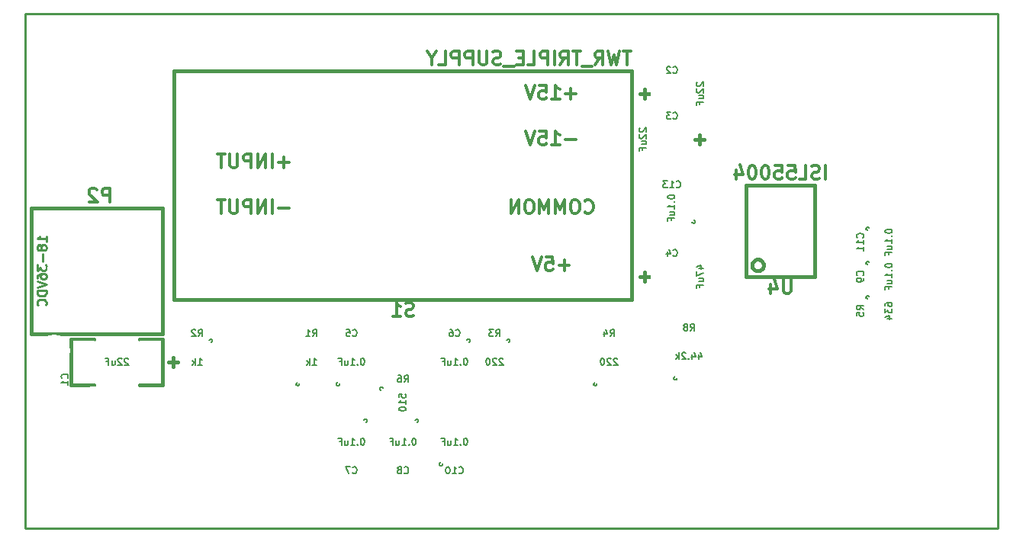
<source format=gbo>
G04 (created by PCBNEW-RS274X (2011-05-25)-stable) date Wed 18 Sep 2013 05:27:13 PM EDT*
G01*
G70*
G90*
%MOIN*%
G04 Gerber Fmt 3.4, Leading zero omitted, Abs format*
%FSLAX34Y34*%
G04 APERTURE LIST*
%ADD10C,0.006000*%
%ADD11C,0.009000*%
%ADD12C,0.005000*%
%ADD13C,0.015000*%
%ADD14C,0.012000*%
%ADD15C,0.010000*%
%ADD16C,0.127000*%
%ADD17C,0.076000*%
%ADD18R,0.076000X0.076000*%
%ADD19C,0.180000*%
%ADD20R,0.120000X0.070000*%
%ADD21C,0.080000*%
%ADD22C,0.100000*%
%ADD23R,0.070000X0.120000*%
%ADD24C,0.220000*%
%ADD25R,0.080000X0.045000*%
%ADD26C,0.096000*%
%ADD27C,0.160000*%
%ADD28C,0.140000*%
%ADD29R,0.085000X0.085000*%
%ADD30C,0.085000*%
%ADD31C,0.093000*%
%ADD32R,0.093000X0.093000*%
%ADD33R,0.095000X0.190000*%
G04 APERTURE END LIST*
G54D10*
G54D11*
X29500Y-30500D02*
X29500Y-53000D01*
X72000Y-30500D02*
X29500Y-30500D01*
X72000Y-53000D02*
X72000Y-30500D01*
X29500Y-53000D02*
X72000Y-53000D01*
G54D12*
X48920Y-44800D02*
X48918Y-44813D01*
X48914Y-44826D01*
X48908Y-44838D01*
X48899Y-44849D01*
X48889Y-44858D01*
X48877Y-44864D01*
X48864Y-44868D01*
X48850Y-44869D01*
X48837Y-44868D01*
X48824Y-44864D01*
X48812Y-44858D01*
X48802Y-44850D01*
X48793Y-44839D01*
X48786Y-44827D01*
X48782Y-44814D01*
X48781Y-44800D01*
X48782Y-44788D01*
X48785Y-44775D01*
X48792Y-44763D01*
X48800Y-44752D01*
X48811Y-44743D01*
X48822Y-44736D01*
X48835Y-44732D01*
X48849Y-44731D01*
X48862Y-44732D01*
X48875Y-44735D01*
X48887Y-44741D01*
X48898Y-44750D01*
X48907Y-44760D01*
X48913Y-44772D01*
X48918Y-44785D01*
X48919Y-44799D01*
X48920Y-44800D01*
X47700Y-45450D02*
X47700Y-44850D01*
X47700Y-44850D02*
X48800Y-44850D01*
X48800Y-44850D02*
X48800Y-45450D01*
X48800Y-46050D02*
X48800Y-46650D01*
X48800Y-46650D02*
X47700Y-46650D01*
X47700Y-46650D02*
X47700Y-46050D01*
X43220Y-46700D02*
X43218Y-46713D01*
X43214Y-46726D01*
X43208Y-46738D01*
X43199Y-46749D01*
X43189Y-46758D01*
X43177Y-46764D01*
X43164Y-46768D01*
X43150Y-46769D01*
X43137Y-46768D01*
X43124Y-46764D01*
X43112Y-46758D01*
X43102Y-46750D01*
X43093Y-46739D01*
X43086Y-46727D01*
X43082Y-46714D01*
X43081Y-46700D01*
X43082Y-46688D01*
X43085Y-46675D01*
X43092Y-46663D01*
X43100Y-46652D01*
X43111Y-46643D01*
X43122Y-46636D01*
X43135Y-46632D01*
X43149Y-46631D01*
X43162Y-46632D01*
X43175Y-46635D01*
X43187Y-46641D01*
X43198Y-46650D01*
X43207Y-46660D01*
X43213Y-46672D01*
X43218Y-46685D01*
X43219Y-46699D01*
X43220Y-46700D01*
X44300Y-46050D02*
X44300Y-46650D01*
X44300Y-46650D02*
X43200Y-46650D01*
X43200Y-46650D02*
X43200Y-46050D01*
X43200Y-45450D02*
X43200Y-44850D01*
X43200Y-44850D02*
X44300Y-44850D01*
X44300Y-44850D02*
X44300Y-45450D01*
X41470Y-46700D02*
X41468Y-46713D01*
X41464Y-46726D01*
X41458Y-46738D01*
X41449Y-46749D01*
X41439Y-46758D01*
X41427Y-46764D01*
X41414Y-46768D01*
X41400Y-46769D01*
X41387Y-46768D01*
X41374Y-46764D01*
X41362Y-46758D01*
X41352Y-46750D01*
X41343Y-46739D01*
X41336Y-46727D01*
X41332Y-46714D01*
X41331Y-46700D01*
X41332Y-46688D01*
X41335Y-46675D01*
X41342Y-46663D01*
X41350Y-46652D01*
X41361Y-46643D01*
X41372Y-46636D01*
X41385Y-46632D01*
X41399Y-46631D01*
X41412Y-46632D01*
X41425Y-46635D01*
X41437Y-46641D01*
X41448Y-46650D01*
X41457Y-46660D01*
X41463Y-46672D01*
X41468Y-46685D01*
X41469Y-46699D01*
X41470Y-46700D01*
X42550Y-46050D02*
X42550Y-46650D01*
X42550Y-46650D02*
X41450Y-46650D01*
X41450Y-46650D02*
X41450Y-46050D01*
X41450Y-45450D02*
X41450Y-44850D01*
X41450Y-44850D02*
X42550Y-44850D01*
X42550Y-44850D02*
X42550Y-45450D01*
X44420Y-48300D02*
X44418Y-48313D01*
X44414Y-48326D01*
X44408Y-48338D01*
X44399Y-48349D01*
X44389Y-48358D01*
X44377Y-48364D01*
X44364Y-48368D01*
X44350Y-48369D01*
X44337Y-48368D01*
X44324Y-48364D01*
X44312Y-48358D01*
X44302Y-48350D01*
X44293Y-48339D01*
X44286Y-48327D01*
X44282Y-48314D01*
X44281Y-48300D01*
X44282Y-48288D01*
X44285Y-48275D01*
X44292Y-48263D01*
X44300Y-48252D01*
X44311Y-48243D01*
X44322Y-48236D01*
X44335Y-48232D01*
X44349Y-48231D01*
X44362Y-48232D01*
X44375Y-48235D01*
X44387Y-48241D01*
X44398Y-48250D01*
X44407Y-48260D01*
X44413Y-48272D01*
X44418Y-48285D01*
X44419Y-48299D01*
X44420Y-48300D01*
X43200Y-48950D02*
X43200Y-48350D01*
X43200Y-48350D02*
X44300Y-48350D01*
X44300Y-48350D02*
X44300Y-48950D01*
X44300Y-49550D02*
X44300Y-50150D01*
X44300Y-50150D02*
X43200Y-50150D01*
X43200Y-50150D02*
X43200Y-49550D01*
G54D13*
X36000Y-43000D02*
X36000Y-33000D01*
X36000Y-33000D02*
X56000Y-33000D01*
X56000Y-33000D02*
X56000Y-43000D01*
X56000Y-43000D02*
X36000Y-43000D01*
G54D12*
X66370Y-42900D02*
X66368Y-42913D01*
X66364Y-42926D01*
X66358Y-42938D01*
X66349Y-42949D01*
X66339Y-42958D01*
X66327Y-42964D01*
X66314Y-42968D01*
X66300Y-42969D01*
X66287Y-42968D01*
X66274Y-42964D01*
X66262Y-42958D01*
X66252Y-42950D01*
X66243Y-42939D01*
X66236Y-42927D01*
X66232Y-42914D01*
X66231Y-42900D01*
X66232Y-42888D01*
X66235Y-42875D01*
X66242Y-42863D01*
X66250Y-42852D01*
X66261Y-42843D01*
X66272Y-42836D01*
X66285Y-42832D01*
X66299Y-42831D01*
X66312Y-42832D01*
X66325Y-42835D01*
X66337Y-42841D01*
X66348Y-42850D01*
X66357Y-42860D01*
X66363Y-42872D01*
X66368Y-42885D01*
X66369Y-42899D01*
X66370Y-42900D01*
X66950Y-44050D02*
X66350Y-44050D01*
X66350Y-44050D02*
X66350Y-42950D01*
X66350Y-42950D02*
X66950Y-42950D01*
X67550Y-42950D02*
X68150Y-42950D01*
X68150Y-42950D02*
X68150Y-44050D01*
X68150Y-44050D02*
X67550Y-44050D01*
X57970Y-46450D02*
X57968Y-46463D01*
X57964Y-46476D01*
X57958Y-46488D01*
X57949Y-46499D01*
X57939Y-46508D01*
X57927Y-46514D01*
X57914Y-46518D01*
X57900Y-46519D01*
X57887Y-46518D01*
X57874Y-46514D01*
X57862Y-46508D01*
X57852Y-46500D01*
X57843Y-46489D01*
X57836Y-46477D01*
X57832Y-46464D01*
X57831Y-46450D01*
X57832Y-46438D01*
X57835Y-46425D01*
X57842Y-46413D01*
X57850Y-46402D01*
X57861Y-46393D01*
X57872Y-46386D01*
X57885Y-46382D01*
X57899Y-46381D01*
X57912Y-46382D01*
X57925Y-46385D01*
X57937Y-46391D01*
X57948Y-46400D01*
X57957Y-46410D01*
X57963Y-46422D01*
X57968Y-46435D01*
X57969Y-46449D01*
X57970Y-46450D01*
X59050Y-45800D02*
X59050Y-46400D01*
X59050Y-46400D02*
X57950Y-46400D01*
X57950Y-46400D02*
X57950Y-45800D01*
X57950Y-45200D02*
X57950Y-44600D01*
X57950Y-44600D02*
X59050Y-44600D01*
X59050Y-44600D02*
X59050Y-45200D01*
X45120Y-46900D02*
X45118Y-46913D01*
X45114Y-46926D01*
X45108Y-46938D01*
X45099Y-46949D01*
X45089Y-46958D01*
X45077Y-46964D01*
X45064Y-46968D01*
X45050Y-46969D01*
X45037Y-46968D01*
X45024Y-46964D01*
X45012Y-46958D01*
X45002Y-46950D01*
X44993Y-46939D01*
X44986Y-46927D01*
X44982Y-46914D01*
X44981Y-46900D01*
X44982Y-46888D01*
X44985Y-46875D01*
X44992Y-46863D01*
X45000Y-46852D01*
X45011Y-46843D01*
X45022Y-46836D01*
X45035Y-46832D01*
X45049Y-46831D01*
X45062Y-46832D01*
X45075Y-46835D01*
X45087Y-46841D01*
X45098Y-46850D01*
X45107Y-46860D01*
X45113Y-46872D01*
X45118Y-46885D01*
X45119Y-46899D01*
X45120Y-46900D01*
X45700Y-48050D02*
X45100Y-48050D01*
X45100Y-48050D02*
X45100Y-46950D01*
X45100Y-46950D02*
X45700Y-46950D01*
X46300Y-46950D02*
X46900Y-46950D01*
X46900Y-46950D02*
X46900Y-48050D01*
X46900Y-48050D02*
X46300Y-48050D01*
X46670Y-48300D02*
X46668Y-48313D01*
X46664Y-48326D01*
X46658Y-48338D01*
X46649Y-48349D01*
X46639Y-48358D01*
X46627Y-48364D01*
X46614Y-48368D01*
X46600Y-48369D01*
X46587Y-48368D01*
X46574Y-48364D01*
X46562Y-48358D01*
X46552Y-48350D01*
X46543Y-48339D01*
X46536Y-48327D01*
X46532Y-48314D01*
X46531Y-48300D01*
X46532Y-48288D01*
X46535Y-48275D01*
X46542Y-48263D01*
X46550Y-48252D01*
X46561Y-48243D01*
X46572Y-48236D01*
X46585Y-48232D01*
X46599Y-48231D01*
X46612Y-48232D01*
X46625Y-48235D01*
X46637Y-48241D01*
X46648Y-48250D01*
X46657Y-48260D01*
X46663Y-48272D01*
X46668Y-48285D01*
X46669Y-48299D01*
X46670Y-48300D01*
X45450Y-48950D02*
X45450Y-48350D01*
X45450Y-48350D02*
X46550Y-48350D01*
X46550Y-48350D02*
X46550Y-48950D01*
X46550Y-49550D02*
X46550Y-50150D01*
X46550Y-50150D02*
X45450Y-50150D01*
X45450Y-50150D02*
X45450Y-49550D01*
X54470Y-46700D02*
X54468Y-46713D01*
X54464Y-46726D01*
X54458Y-46738D01*
X54449Y-46749D01*
X54439Y-46758D01*
X54427Y-46764D01*
X54414Y-46768D01*
X54400Y-46769D01*
X54387Y-46768D01*
X54374Y-46764D01*
X54362Y-46758D01*
X54352Y-46750D01*
X54343Y-46739D01*
X54336Y-46727D01*
X54332Y-46714D01*
X54331Y-46700D01*
X54332Y-46688D01*
X54335Y-46675D01*
X54342Y-46663D01*
X54350Y-46652D01*
X54361Y-46643D01*
X54372Y-46636D01*
X54385Y-46632D01*
X54399Y-46631D01*
X54412Y-46632D01*
X54425Y-46635D01*
X54437Y-46641D01*
X54448Y-46650D01*
X54457Y-46660D01*
X54463Y-46672D01*
X54468Y-46685D01*
X54469Y-46699D01*
X54470Y-46700D01*
X55550Y-46050D02*
X55550Y-46650D01*
X55550Y-46650D02*
X54450Y-46650D01*
X54450Y-46650D02*
X54450Y-46050D01*
X54450Y-45450D02*
X54450Y-44850D01*
X54450Y-44850D02*
X55550Y-44850D01*
X55550Y-44850D02*
X55550Y-45450D01*
X50670Y-44800D02*
X50668Y-44813D01*
X50664Y-44826D01*
X50658Y-44838D01*
X50649Y-44849D01*
X50639Y-44858D01*
X50627Y-44864D01*
X50614Y-44868D01*
X50600Y-44869D01*
X50587Y-44868D01*
X50574Y-44864D01*
X50562Y-44858D01*
X50552Y-44850D01*
X50543Y-44839D01*
X50536Y-44827D01*
X50532Y-44814D01*
X50531Y-44800D01*
X50532Y-44788D01*
X50535Y-44775D01*
X50542Y-44763D01*
X50550Y-44752D01*
X50561Y-44743D01*
X50572Y-44736D01*
X50585Y-44732D01*
X50599Y-44731D01*
X50612Y-44732D01*
X50625Y-44735D01*
X50637Y-44741D01*
X50648Y-44750D01*
X50657Y-44760D01*
X50663Y-44772D01*
X50668Y-44785D01*
X50669Y-44799D01*
X50670Y-44800D01*
X49450Y-45450D02*
X49450Y-44850D01*
X49450Y-44850D02*
X50550Y-44850D01*
X50550Y-44850D02*
X50550Y-45450D01*
X50550Y-46050D02*
X50550Y-46650D01*
X50550Y-46650D02*
X49450Y-46650D01*
X49450Y-46650D02*
X49450Y-46050D01*
X37670Y-44800D02*
X37668Y-44813D01*
X37664Y-44826D01*
X37658Y-44838D01*
X37649Y-44849D01*
X37639Y-44858D01*
X37627Y-44864D01*
X37614Y-44868D01*
X37600Y-44869D01*
X37587Y-44868D01*
X37574Y-44864D01*
X37562Y-44858D01*
X37552Y-44850D01*
X37543Y-44839D01*
X37536Y-44827D01*
X37532Y-44814D01*
X37531Y-44800D01*
X37532Y-44788D01*
X37535Y-44775D01*
X37542Y-44763D01*
X37550Y-44752D01*
X37561Y-44743D01*
X37572Y-44736D01*
X37585Y-44732D01*
X37599Y-44731D01*
X37612Y-44732D01*
X37625Y-44735D01*
X37637Y-44741D01*
X37648Y-44750D01*
X37657Y-44760D01*
X37663Y-44772D01*
X37668Y-44785D01*
X37669Y-44799D01*
X37670Y-44800D01*
X36450Y-45450D02*
X36450Y-44850D01*
X36450Y-44850D02*
X37550Y-44850D01*
X37550Y-44850D02*
X37550Y-45450D01*
X37550Y-46050D02*
X37550Y-46650D01*
X37550Y-46650D02*
X36450Y-46650D01*
X36450Y-46650D02*
X36450Y-46050D01*
X58770Y-39600D02*
X58768Y-39613D01*
X58764Y-39626D01*
X58758Y-39638D01*
X58749Y-39649D01*
X58739Y-39658D01*
X58727Y-39664D01*
X58714Y-39668D01*
X58700Y-39669D01*
X58687Y-39668D01*
X58674Y-39664D01*
X58662Y-39658D01*
X58652Y-39650D01*
X58643Y-39639D01*
X58636Y-39627D01*
X58632Y-39614D01*
X58631Y-39600D01*
X58632Y-39588D01*
X58635Y-39575D01*
X58642Y-39563D01*
X58650Y-39552D01*
X58661Y-39543D01*
X58672Y-39536D01*
X58685Y-39532D01*
X58699Y-39531D01*
X58712Y-39532D01*
X58725Y-39535D01*
X58737Y-39541D01*
X58748Y-39550D01*
X58757Y-39560D01*
X58763Y-39572D01*
X58768Y-39585D01*
X58769Y-39599D01*
X58770Y-39600D01*
X58050Y-38450D02*
X58650Y-38450D01*
X58650Y-38450D02*
X58650Y-39550D01*
X58650Y-39550D02*
X58050Y-39550D01*
X57450Y-39550D02*
X56850Y-39550D01*
X56850Y-39550D02*
X56850Y-38450D01*
X56850Y-38450D02*
X57450Y-38450D01*
X66370Y-39900D02*
X66368Y-39913D01*
X66364Y-39926D01*
X66358Y-39938D01*
X66349Y-39949D01*
X66339Y-39958D01*
X66327Y-39964D01*
X66314Y-39968D01*
X66300Y-39969D01*
X66287Y-39968D01*
X66274Y-39964D01*
X66262Y-39958D01*
X66252Y-39950D01*
X66243Y-39939D01*
X66236Y-39927D01*
X66232Y-39914D01*
X66231Y-39900D01*
X66232Y-39888D01*
X66235Y-39875D01*
X66242Y-39863D01*
X66250Y-39852D01*
X66261Y-39843D01*
X66272Y-39836D01*
X66285Y-39832D01*
X66299Y-39831D01*
X66312Y-39832D01*
X66325Y-39835D01*
X66337Y-39841D01*
X66348Y-39850D01*
X66357Y-39860D01*
X66363Y-39872D01*
X66368Y-39885D01*
X66369Y-39899D01*
X66370Y-39900D01*
X66950Y-41050D02*
X66350Y-41050D01*
X66350Y-41050D02*
X66350Y-39950D01*
X66350Y-39950D02*
X66950Y-39950D01*
X67550Y-39950D02*
X68150Y-39950D01*
X68150Y-39950D02*
X68150Y-41050D01*
X68150Y-41050D02*
X67550Y-41050D01*
X47720Y-50200D02*
X47718Y-50213D01*
X47714Y-50226D01*
X47708Y-50238D01*
X47699Y-50249D01*
X47689Y-50258D01*
X47677Y-50264D01*
X47664Y-50268D01*
X47650Y-50269D01*
X47637Y-50268D01*
X47624Y-50264D01*
X47612Y-50258D01*
X47602Y-50250D01*
X47593Y-50239D01*
X47586Y-50227D01*
X47582Y-50214D01*
X47581Y-50200D01*
X47582Y-50188D01*
X47585Y-50175D01*
X47592Y-50163D01*
X47600Y-50152D01*
X47611Y-50143D01*
X47622Y-50136D01*
X47635Y-50132D01*
X47649Y-50131D01*
X47662Y-50132D01*
X47675Y-50135D01*
X47687Y-50141D01*
X47698Y-50150D01*
X47707Y-50160D01*
X47713Y-50172D01*
X47718Y-50185D01*
X47719Y-50199D01*
X47720Y-50200D01*
X48800Y-49550D02*
X48800Y-50150D01*
X48800Y-50150D02*
X47700Y-50150D01*
X47700Y-50150D02*
X47700Y-49550D01*
X47700Y-48950D02*
X47700Y-48350D01*
X47700Y-48350D02*
X48800Y-48350D01*
X48800Y-48350D02*
X48800Y-48950D01*
X66370Y-41400D02*
X66368Y-41413D01*
X66364Y-41426D01*
X66358Y-41438D01*
X66349Y-41449D01*
X66339Y-41458D01*
X66327Y-41464D01*
X66314Y-41468D01*
X66300Y-41469D01*
X66287Y-41468D01*
X66274Y-41464D01*
X66262Y-41458D01*
X66252Y-41450D01*
X66243Y-41439D01*
X66236Y-41427D01*
X66232Y-41414D01*
X66231Y-41400D01*
X66232Y-41388D01*
X66235Y-41375D01*
X66242Y-41363D01*
X66250Y-41352D01*
X66261Y-41343D01*
X66272Y-41336D01*
X66285Y-41332D01*
X66299Y-41331D01*
X66312Y-41332D01*
X66325Y-41335D01*
X66337Y-41341D01*
X66348Y-41350D01*
X66357Y-41360D01*
X66363Y-41372D01*
X66368Y-41385D01*
X66369Y-41399D01*
X66370Y-41400D01*
X66950Y-42550D02*
X66350Y-42550D01*
X66350Y-42550D02*
X66350Y-41450D01*
X66350Y-41450D02*
X66950Y-41450D01*
X67550Y-41450D02*
X68150Y-41450D01*
X68150Y-41450D02*
X68150Y-42550D01*
X68150Y-42550D02*
X67550Y-42550D01*
G54D13*
X61000Y-42000D02*
X61000Y-38000D01*
X61000Y-38000D02*
X64000Y-38000D01*
X64000Y-38000D02*
X64000Y-42000D01*
X61750Y-41500D02*
X61745Y-41548D01*
X61731Y-41595D01*
X61708Y-41638D01*
X61677Y-41676D01*
X61639Y-41707D01*
X61596Y-41730D01*
X61550Y-41744D01*
X61501Y-41749D01*
X61454Y-41745D01*
X61407Y-41731D01*
X61364Y-41709D01*
X61326Y-41678D01*
X61294Y-41641D01*
X61271Y-41598D01*
X61256Y-41551D01*
X61251Y-41503D01*
X61255Y-41455D01*
X61268Y-41408D01*
X61290Y-41365D01*
X61321Y-41327D01*
X61358Y-41295D01*
X61400Y-41271D01*
X61447Y-41256D01*
X61495Y-41251D01*
X61543Y-41254D01*
X61590Y-41267D01*
X61633Y-41289D01*
X61672Y-41319D01*
X61704Y-41356D01*
X61728Y-41399D01*
X61743Y-41445D01*
X61749Y-41494D01*
X61750Y-41500D01*
X64000Y-42000D02*
X61000Y-42000D01*
X56550Y-33800D02*
X56550Y-34200D01*
X56750Y-34000D02*
X56350Y-34000D01*
G54D12*
X57450Y-34550D02*
X56850Y-34550D01*
X56850Y-34550D02*
X56850Y-33450D01*
X56850Y-33450D02*
X57450Y-33450D01*
X58050Y-33450D02*
X58650Y-33450D01*
X58650Y-33450D02*
X58650Y-34550D01*
X58650Y-34550D02*
X58050Y-34550D01*
G54D13*
X58950Y-36200D02*
X58950Y-35800D01*
X58750Y-36000D02*
X59150Y-36000D01*
G54D12*
X58050Y-35450D02*
X58650Y-35450D01*
X58650Y-35450D02*
X58650Y-36550D01*
X58650Y-36550D02*
X58050Y-36550D01*
X57450Y-36550D02*
X56850Y-36550D01*
X56850Y-36550D02*
X56850Y-35450D01*
X56850Y-35450D02*
X57450Y-35450D01*
G54D13*
X56550Y-41800D02*
X56550Y-42200D01*
X56750Y-42000D02*
X56350Y-42000D01*
G54D12*
X57450Y-42550D02*
X56850Y-42550D01*
X56850Y-42550D02*
X56850Y-41450D01*
X56850Y-41450D02*
X57450Y-41450D01*
X58050Y-41450D02*
X58650Y-41450D01*
X58650Y-41450D02*
X58650Y-42550D01*
X58650Y-42550D02*
X58050Y-42550D01*
G54D13*
X29750Y-39000D02*
X29750Y-44500D01*
X29750Y-44500D02*
X35500Y-44500D01*
X35500Y-44500D02*
X35500Y-39000D01*
X35500Y-39000D02*
X29750Y-39000D01*
X32500Y-46750D02*
X31500Y-46750D01*
X31500Y-46750D02*
X31500Y-44750D01*
X31500Y-44750D02*
X32500Y-44750D01*
X34500Y-44750D02*
X35500Y-44750D01*
X35500Y-44750D02*
X35500Y-46750D01*
X35500Y-46750D02*
X34500Y-46750D01*
X35950Y-45950D02*
X35950Y-45550D01*
X35750Y-45750D02*
X36150Y-45750D01*
G54D12*
X48300Y-44593D02*
X48314Y-44607D01*
X48357Y-44621D01*
X48386Y-44621D01*
X48429Y-44607D01*
X48457Y-44579D01*
X48472Y-44550D01*
X48486Y-44493D01*
X48486Y-44450D01*
X48472Y-44393D01*
X48457Y-44364D01*
X48429Y-44336D01*
X48386Y-44321D01*
X48357Y-44321D01*
X48314Y-44336D01*
X48300Y-44350D01*
X48043Y-44321D02*
X48100Y-44321D01*
X48129Y-44336D01*
X48143Y-44350D01*
X48172Y-44393D01*
X48186Y-44450D01*
X48186Y-44564D01*
X48172Y-44593D01*
X48157Y-44607D01*
X48129Y-44621D01*
X48072Y-44621D01*
X48043Y-44607D01*
X48029Y-44593D01*
X48014Y-44564D01*
X48014Y-44493D01*
X48029Y-44464D01*
X48043Y-44450D01*
X48072Y-44436D01*
X48129Y-44436D01*
X48157Y-44450D01*
X48172Y-44464D01*
X48186Y-44493D01*
X48742Y-45571D02*
X48714Y-45571D01*
X48685Y-45586D01*
X48671Y-45600D01*
X48657Y-45629D01*
X48642Y-45686D01*
X48642Y-45757D01*
X48657Y-45814D01*
X48671Y-45843D01*
X48685Y-45857D01*
X48714Y-45871D01*
X48742Y-45871D01*
X48771Y-45857D01*
X48785Y-45843D01*
X48800Y-45814D01*
X48814Y-45757D01*
X48814Y-45686D01*
X48800Y-45629D01*
X48785Y-45600D01*
X48771Y-45586D01*
X48742Y-45571D01*
X48514Y-45843D02*
X48499Y-45857D01*
X48514Y-45871D01*
X48528Y-45857D01*
X48514Y-45843D01*
X48514Y-45871D01*
X48213Y-45871D02*
X48385Y-45871D01*
X48299Y-45871D02*
X48299Y-45571D01*
X48328Y-45614D01*
X48356Y-45643D01*
X48385Y-45657D01*
X47956Y-45671D02*
X47956Y-45871D01*
X48085Y-45671D02*
X48085Y-45829D01*
X48070Y-45857D01*
X48042Y-45871D01*
X47999Y-45871D01*
X47970Y-45857D01*
X47956Y-45843D01*
X47714Y-45714D02*
X47814Y-45714D01*
X47814Y-45871D02*
X47814Y-45571D01*
X47671Y-45571D01*
X43800Y-44593D02*
X43814Y-44607D01*
X43857Y-44621D01*
X43886Y-44621D01*
X43929Y-44607D01*
X43957Y-44579D01*
X43972Y-44550D01*
X43986Y-44493D01*
X43986Y-44450D01*
X43972Y-44393D01*
X43957Y-44364D01*
X43929Y-44336D01*
X43886Y-44321D01*
X43857Y-44321D01*
X43814Y-44336D01*
X43800Y-44350D01*
X43529Y-44321D02*
X43672Y-44321D01*
X43686Y-44464D01*
X43672Y-44450D01*
X43643Y-44436D01*
X43572Y-44436D01*
X43543Y-44450D01*
X43529Y-44464D01*
X43514Y-44493D01*
X43514Y-44564D01*
X43529Y-44593D01*
X43543Y-44607D01*
X43572Y-44621D01*
X43643Y-44621D01*
X43672Y-44607D01*
X43686Y-44593D01*
X44242Y-45571D02*
X44214Y-45571D01*
X44185Y-45586D01*
X44171Y-45600D01*
X44157Y-45629D01*
X44142Y-45686D01*
X44142Y-45757D01*
X44157Y-45814D01*
X44171Y-45843D01*
X44185Y-45857D01*
X44214Y-45871D01*
X44242Y-45871D01*
X44271Y-45857D01*
X44285Y-45843D01*
X44300Y-45814D01*
X44314Y-45757D01*
X44314Y-45686D01*
X44300Y-45629D01*
X44285Y-45600D01*
X44271Y-45586D01*
X44242Y-45571D01*
X44014Y-45843D02*
X43999Y-45857D01*
X44014Y-45871D01*
X44028Y-45857D01*
X44014Y-45843D01*
X44014Y-45871D01*
X43713Y-45871D02*
X43885Y-45871D01*
X43799Y-45871D02*
X43799Y-45571D01*
X43828Y-45614D01*
X43856Y-45643D01*
X43885Y-45657D01*
X43456Y-45671D02*
X43456Y-45871D01*
X43585Y-45671D02*
X43585Y-45829D01*
X43570Y-45857D01*
X43542Y-45871D01*
X43499Y-45871D01*
X43470Y-45857D01*
X43456Y-45843D01*
X43214Y-45714D02*
X43314Y-45714D01*
X43314Y-45871D02*
X43314Y-45571D01*
X43171Y-45571D01*
X42050Y-44621D02*
X42150Y-44479D01*
X42222Y-44621D02*
X42222Y-44321D01*
X42107Y-44321D01*
X42079Y-44336D01*
X42064Y-44350D01*
X42050Y-44379D01*
X42050Y-44421D01*
X42064Y-44450D01*
X42079Y-44464D01*
X42107Y-44479D01*
X42222Y-44479D01*
X41764Y-44621D02*
X41936Y-44621D01*
X41850Y-44621D02*
X41850Y-44321D01*
X41879Y-44364D01*
X41907Y-44393D01*
X41936Y-44407D01*
X42035Y-45871D02*
X42207Y-45871D01*
X42121Y-45871D02*
X42121Y-45571D01*
X42150Y-45614D01*
X42178Y-45643D01*
X42207Y-45657D01*
X41907Y-45871D02*
X41907Y-45571D01*
X41878Y-45757D02*
X41792Y-45871D01*
X41792Y-45671D02*
X41907Y-45786D01*
X43800Y-50593D02*
X43814Y-50607D01*
X43857Y-50621D01*
X43886Y-50621D01*
X43929Y-50607D01*
X43957Y-50579D01*
X43972Y-50550D01*
X43986Y-50493D01*
X43986Y-50450D01*
X43972Y-50393D01*
X43957Y-50364D01*
X43929Y-50336D01*
X43886Y-50321D01*
X43857Y-50321D01*
X43814Y-50336D01*
X43800Y-50350D01*
X43700Y-50321D02*
X43500Y-50321D01*
X43629Y-50621D01*
X44242Y-49071D02*
X44214Y-49071D01*
X44185Y-49086D01*
X44171Y-49100D01*
X44157Y-49129D01*
X44142Y-49186D01*
X44142Y-49257D01*
X44157Y-49314D01*
X44171Y-49343D01*
X44185Y-49357D01*
X44214Y-49371D01*
X44242Y-49371D01*
X44271Y-49357D01*
X44285Y-49343D01*
X44300Y-49314D01*
X44314Y-49257D01*
X44314Y-49186D01*
X44300Y-49129D01*
X44285Y-49100D01*
X44271Y-49086D01*
X44242Y-49071D01*
X44014Y-49343D02*
X43999Y-49357D01*
X44014Y-49371D01*
X44028Y-49357D01*
X44014Y-49343D01*
X44014Y-49371D01*
X43713Y-49371D02*
X43885Y-49371D01*
X43799Y-49371D02*
X43799Y-49071D01*
X43828Y-49114D01*
X43856Y-49143D01*
X43885Y-49157D01*
X43456Y-49171D02*
X43456Y-49371D01*
X43585Y-49171D02*
X43585Y-49329D01*
X43570Y-49357D01*
X43542Y-49371D01*
X43499Y-49371D01*
X43470Y-49357D01*
X43456Y-49343D01*
X43214Y-49214D02*
X43314Y-49214D01*
X43314Y-49371D02*
X43314Y-49071D01*
X43171Y-49071D01*
G54D14*
X46457Y-43714D02*
X46371Y-43743D01*
X46228Y-43743D01*
X46171Y-43714D01*
X46142Y-43686D01*
X46114Y-43629D01*
X46114Y-43571D01*
X46142Y-43514D01*
X46171Y-43486D01*
X46228Y-43457D01*
X46342Y-43429D01*
X46400Y-43400D01*
X46428Y-43371D01*
X46457Y-43314D01*
X46457Y-43257D01*
X46428Y-43200D01*
X46400Y-43171D01*
X46342Y-43143D01*
X46200Y-43143D01*
X46114Y-43171D01*
X45543Y-43743D02*
X45886Y-43743D01*
X45714Y-43743D02*
X45714Y-43143D01*
X45771Y-43229D01*
X45829Y-43286D01*
X45886Y-43314D01*
X55957Y-32143D02*
X55614Y-32143D01*
X55785Y-32743D02*
X55785Y-32143D01*
X55471Y-32143D02*
X55328Y-32743D01*
X55214Y-32314D01*
X55100Y-32743D01*
X54957Y-32143D01*
X54385Y-32743D02*
X54585Y-32457D01*
X54728Y-32743D02*
X54728Y-32143D01*
X54500Y-32143D01*
X54442Y-32171D01*
X54414Y-32200D01*
X54385Y-32257D01*
X54385Y-32343D01*
X54414Y-32400D01*
X54442Y-32429D01*
X54500Y-32457D01*
X54728Y-32457D01*
X54271Y-32800D02*
X53814Y-32800D01*
X53757Y-32143D02*
X53414Y-32143D01*
X53585Y-32743D02*
X53585Y-32143D01*
X52871Y-32743D02*
X53071Y-32457D01*
X53214Y-32743D02*
X53214Y-32143D01*
X52986Y-32143D01*
X52928Y-32171D01*
X52900Y-32200D01*
X52871Y-32257D01*
X52871Y-32343D01*
X52900Y-32400D01*
X52928Y-32429D01*
X52986Y-32457D01*
X53214Y-32457D01*
X52614Y-32743D02*
X52614Y-32143D01*
X52328Y-32743D02*
X52328Y-32143D01*
X52100Y-32143D01*
X52042Y-32171D01*
X52014Y-32200D01*
X51985Y-32257D01*
X51985Y-32343D01*
X52014Y-32400D01*
X52042Y-32429D01*
X52100Y-32457D01*
X52328Y-32457D01*
X51442Y-32743D02*
X51728Y-32743D01*
X51728Y-32143D01*
X51242Y-32429D02*
X51042Y-32429D01*
X50956Y-32743D02*
X51242Y-32743D01*
X51242Y-32143D01*
X50956Y-32143D01*
X50842Y-32800D02*
X50385Y-32800D01*
X50271Y-32714D02*
X50185Y-32743D01*
X50042Y-32743D01*
X49985Y-32714D01*
X49956Y-32686D01*
X49928Y-32629D01*
X49928Y-32571D01*
X49956Y-32514D01*
X49985Y-32486D01*
X50042Y-32457D01*
X50156Y-32429D01*
X50214Y-32400D01*
X50242Y-32371D01*
X50271Y-32314D01*
X50271Y-32257D01*
X50242Y-32200D01*
X50214Y-32171D01*
X50156Y-32143D01*
X50014Y-32143D01*
X49928Y-32171D01*
X49671Y-32143D02*
X49671Y-32629D01*
X49643Y-32686D01*
X49614Y-32714D01*
X49557Y-32743D01*
X49443Y-32743D01*
X49385Y-32714D01*
X49357Y-32686D01*
X49328Y-32629D01*
X49328Y-32143D01*
X49042Y-32743D02*
X49042Y-32143D01*
X48814Y-32143D01*
X48756Y-32171D01*
X48728Y-32200D01*
X48699Y-32257D01*
X48699Y-32343D01*
X48728Y-32400D01*
X48756Y-32429D01*
X48814Y-32457D01*
X49042Y-32457D01*
X48442Y-32743D02*
X48442Y-32143D01*
X48214Y-32143D01*
X48156Y-32171D01*
X48128Y-32200D01*
X48099Y-32257D01*
X48099Y-32343D01*
X48128Y-32400D01*
X48156Y-32429D01*
X48214Y-32457D01*
X48442Y-32457D01*
X47556Y-32743D02*
X47842Y-32743D01*
X47842Y-32143D01*
X47242Y-32457D02*
X47242Y-32743D01*
X47442Y-32143D02*
X47242Y-32457D01*
X47042Y-32143D01*
X53271Y-41514D02*
X52814Y-41514D01*
X53043Y-41743D02*
X53043Y-41286D01*
X52242Y-41143D02*
X52528Y-41143D01*
X52557Y-41429D01*
X52528Y-41400D01*
X52471Y-41371D01*
X52328Y-41371D01*
X52271Y-41400D01*
X52242Y-41429D01*
X52214Y-41486D01*
X52214Y-41629D01*
X52242Y-41686D01*
X52271Y-41714D01*
X52328Y-41743D01*
X52471Y-41743D01*
X52528Y-41714D01*
X52557Y-41686D01*
X52043Y-41143D02*
X51843Y-41743D01*
X51643Y-41143D01*
X53943Y-39186D02*
X53972Y-39214D01*
X54058Y-39243D01*
X54115Y-39243D01*
X54200Y-39214D01*
X54258Y-39157D01*
X54286Y-39100D01*
X54315Y-38986D01*
X54315Y-38900D01*
X54286Y-38786D01*
X54258Y-38729D01*
X54200Y-38671D01*
X54115Y-38643D01*
X54058Y-38643D01*
X53972Y-38671D01*
X53943Y-38700D01*
X53572Y-38643D02*
X53458Y-38643D01*
X53400Y-38671D01*
X53343Y-38729D01*
X53315Y-38843D01*
X53315Y-39043D01*
X53343Y-39157D01*
X53400Y-39214D01*
X53458Y-39243D01*
X53572Y-39243D01*
X53629Y-39214D01*
X53686Y-39157D01*
X53715Y-39043D01*
X53715Y-38843D01*
X53686Y-38729D01*
X53629Y-38671D01*
X53572Y-38643D01*
X53057Y-39243D02*
X53057Y-38643D01*
X52857Y-39071D01*
X52657Y-38643D01*
X52657Y-39243D01*
X52371Y-39243D02*
X52371Y-38643D01*
X52171Y-39071D01*
X51971Y-38643D01*
X51971Y-39243D01*
X51571Y-38643D02*
X51457Y-38643D01*
X51399Y-38671D01*
X51342Y-38729D01*
X51314Y-38843D01*
X51314Y-39043D01*
X51342Y-39157D01*
X51399Y-39214D01*
X51457Y-39243D01*
X51571Y-39243D01*
X51628Y-39214D01*
X51685Y-39157D01*
X51714Y-39043D01*
X51714Y-38843D01*
X51685Y-38729D01*
X51628Y-38671D01*
X51571Y-38643D01*
X51056Y-39243D02*
X51056Y-38643D01*
X50713Y-39243D01*
X50713Y-38643D01*
X53556Y-36014D02*
X53099Y-36014D01*
X52499Y-36243D02*
X52842Y-36243D01*
X52670Y-36243D02*
X52670Y-35643D01*
X52727Y-35729D01*
X52785Y-35786D01*
X52842Y-35814D01*
X51956Y-35643D02*
X52242Y-35643D01*
X52271Y-35929D01*
X52242Y-35900D01*
X52185Y-35871D01*
X52042Y-35871D01*
X51985Y-35900D01*
X51956Y-35929D01*
X51928Y-35986D01*
X51928Y-36129D01*
X51956Y-36186D01*
X51985Y-36214D01*
X52042Y-36243D01*
X52185Y-36243D01*
X52242Y-36214D01*
X52271Y-36186D01*
X51757Y-35643D02*
X51557Y-36243D01*
X51357Y-35643D01*
X53556Y-34014D02*
X53099Y-34014D01*
X53328Y-34243D02*
X53328Y-33786D01*
X52499Y-34243D02*
X52842Y-34243D01*
X52670Y-34243D02*
X52670Y-33643D01*
X52727Y-33729D01*
X52785Y-33786D01*
X52842Y-33814D01*
X51956Y-33643D02*
X52242Y-33643D01*
X52271Y-33929D01*
X52242Y-33900D01*
X52185Y-33871D01*
X52042Y-33871D01*
X51985Y-33900D01*
X51956Y-33929D01*
X51928Y-33986D01*
X51928Y-34129D01*
X51956Y-34186D01*
X51985Y-34214D01*
X52042Y-34243D01*
X52185Y-34243D01*
X52242Y-34214D01*
X52271Y-34186D01*
X51757Y-33643D02*
X51557Y-34243D01*
X51357Y-33643D01*
X41029Y-39014D02*
X40572Y-39014D01*
X40286Y-39243D02*
X40286Y-38643D01*
X40000Y-39243D02*
X40000Y-38643D01*
X39657Y-39243D01*
X39657Y-38643D01*
X39371Y-39243D02*
X39371Y-38643D01*
X39143Y-38643D01*
X39085Y-38671D01*
X39057Y-38700D01*
X39028Y-38757D01*
X39028Y-38843D01*
X39057Y-38900D01*
X39085Y-38929D01*
X39143Y-38957D01*
X39371Y-38957D01*
X38771Y-38643D02*
X38771Y-39129D01*
X38743Y-39186D01*
X38714Y-39214D01*
X38657Y-39243D01*
X38543Y-39243D01*
X38485Y-39214D01*
X38457Y-39186D01*
X38428Y-39129D01*
X38428Y-38643D01*
X38228Y-38643D02*
X37885Y-38643D01*
X38056Y-39243D02*
X38056Y-38643D01*
X41029Y-37014D02*
X40572Y-37014D01*
X40801Y-37243D02*
X40801Y-36786D01*
X40286Y-37243D02*
X40286Y-36643D01*
X40000Y-37243D02*
X40000Y-36643D01*
X39657Y-37243D01*
X39657Y-36643D01*
X39371Y-37243D02*
X39371Y-36643D01*
X39143Y-36643D01*
X39085Y-36671D01*
X39057Y-36700D01*
X39028Y-36757D01*
X39028Y-36843D01*
X39057Y-36900D01*
X39085Y-36929D01*
X39143Y-36957D01*
X39371Y-36957D01*
X38771Y-36643D02*
X38771Y-37129D01*
X38743Y-37186D01*
X38714Y-37214D01*
X38657Y-37243D01*
X38543Y-37243D01*
X38485Y-37214D01*
X38457Y-37186D01*
X38428Y-37129D01*
X38428Y-36643D01*
X38228Y-36643D02*
X37885Y-36643D01*
X38056Y-37243D02*
X38056Y-36643D01*
G54D12*
X66121Y-43450D02*
X65979Y-43350D01*
X66121Y-43278D02*
X65821Y-43278D01*
X65821Y-43393D01*
X65836Y-43421D01*
X65850Y-43436D01*
X65879Y-43450D01*
X65921Y-43450D01*
X65950Y-43436D01*
X65964Y-43421D01*
X65979Y-43393D01*
X65979Y-43278D01*
X65821Y-43721D02*
X65821Y-43578D01*
X65964Y-43564D01*
X65950Y-43578D01*
X65936Y-43607D01*
X65936Y-43678D01*
X65950Y-43707D01*
X65964Y-43721D01*
X65993Y-43736D01*
X66064Y-43736D01*
X66093Y-43721D01*
X66107Y-43707D01*
X66121Y-43678D01*
X66121Y-43607D01*
X66107Y-43578D01*
X66093Y-43564D01*
X67071Y-43271D02*
X67071Y-43214D01*
X67086Y-43185D01*
X67100Y-43171D01*
X67143Y-43142D01*
X67200Y-43128D01*
X67314Y-43128D01*
X67343Y-43142D01*
X67357Y-43157D01*
X67371Y-43185D01*
X67371Y-43242D01*
X67357Y-43271D01*
X67343Y-43285D01*
X67314Y-43300D01*
X67243Y-43300D01*
X67214Y-43285D01*
X67200Y-43271D01*
X67186Y-43242D01*
X67186Y-43185D01*
X67200Y-43157D01*
X67214Y-43142D01*
X67243Y-43128D01*
X67071Y-43400D02*
X67071Y-43586D01*
X67186Y-43486D01*
X67186Y-43528D01*
X67200Y-43557D01*
X67214Y-43571D01*
X67243Y-43586D01*
X67314Y-43586D01*
X67343Y-43571D01*
X67357Y-43557D01*
X67371Y-43528D01*
X67371Y-43443D01*
X67357Y-43414D01*
X67343Y-43400D01*
X67171Y-43843D02*
X67371Y-43843D01*
X67057Y-43772D02*
X67271Y-43700D01*
X67271Y-43886D01*
X58550Y-44371D02*
X58650Y-44229D01*
X58722Y-44371D02*
X58722Y-44071D01*
X58607Y-44071D01*
X58579Y-44086D01*
X58564Y-44100D01*
X58550Y-44129D01*
X58550Y-44171D01*
X58564Y-44200D01*
X58579Y-44214D01*
X58607Y-44229D01*
X58722Y-44229D01*
X58379Y-44200D02*
X58407Y-44186D01*
X58422Y-44171D01*
X58436Y-44143D01*
X58436Y-44129D01*
X58422Y-44100D01*
X58407Y-44086D01*
X58379Y-44071D01*
X58322Y-44071D01*
X58293Y-44086D01*
X58279Y-44100D01*
X58264Y-44129D01*
X58264Y-44143D01*
X58279Y-44171D01*
X58293Y-44186D01*
X58322Y-44200D01*
X58379Y-44200D01*
X58407Y-44214D01*
X58422Y-44229D01*
X58436Y-44257D01*
X58436Y-44314D01*
X58422Y-44343D01*
X58407Y-44357D01*
X58379Y-44371D01*
X58322Y-44371D01*
X58293Y-44357D01*
X58279Y-44343D01*
X58264Y-44314D01*
X58264Y-44257D01*
X58279Y-44229D01*
X58293Y-44214D01*
X58322Y-44200D01*
X58922Y-45421D02*
X58922Y-45621D01*
X58993Y-45307D02*
X59065Y-45521D01*
X58879Y-45521D01*
X58636Y-45421D02*
X58636Y-45621D01*
X58707Y-45307D02*
X58779Y-45521D01*
X58593Y-45521D01*
X58479Y-45593D02*
X58464Y-45607D01*
X58479Y-45621D01*
X58493Y-45607D01*
X58479Y-45593D01*
X58479Y-45621D01*
X58350Y-45350D02*
X58336Y-45336D01*
X58307Y-45321D01*
X58236Y-45321D01*
X58207Y-45336D01*
X58193Y-45350D01*
X58178Y-45379D01*
X58178Y-45407D01*
X58193Y-45450D01*
X58364Y-45621D01*
X58178Y-45621D01*
X58050Y-45621D02*
X58050Y-45321D01*
X58021Y-45507D02*
X57935Y-45621D01*
X57935Y-45421D02*
X58050Y-45536D01*
X46050Y-46621D02*
X46150Y-46479D01*
X46222Y-46621D02*
X46222Y-46321D01*
X46107Y-46321D01*
X46079Y-46336D01*
X46064Y-46350D01*
X46050Y-46379D01*
X46050Y-46421D01*
X46064Y-46450D01*
X46079Y-46464D01*
X46107Y-46479D01*
X46222Y-46479D01*
X45793Y-46321D02*
X45850Y-46321D01*
X45879Y-46336D01*
X45893Y-46350D01*
X45922Y-46393D01*
X45936Y-46450D01*
X45936Y-46564D01*
X45922Y-46593D01*
X45907Y-46607D01*
X45879Y-46621D01*
X45822Y-46621D01*
X45793Y-46607D01*
X45779Y-46593D01*
X45764Y-46564D01*
X45764Y-46493D01*
X45779Y-46464D01*
X45793Y-46450D01*
X45822Y-46436D01*
X45879Y-46436D01*
X45907Y-46450D01*
X45922Y-46464D01*
X45936Y-46493D01*
X45821Y-47285D02*
X45821Y-47142D01*
X45964Y-47128D01*
X45950Y-47142D01*
X45936Y-47171D01*
X45936Y-47242D01*
X45950Y-47271D01*
X45964Y-47285D01*
X45993Y-47300D01*
X46064Y-47300D01*
X46093Y-47285D01*
X46107Y-47271D01*
X46121Y-47242D01*
X46121Y-47171D01*
X46107Y-47142D01*
X46093Y-47128D01*
X46121Y-47586D02*
X46121Y-47414D01*
X46121Y-47500D02*
X45821Y-47500D01*
X45864Y-47471D01*
X45893Y-47443D01*
X45907Y-47414D01*
X45821Y-47772D02*
X45821Y-47800D01*
X45836Y-47829D01*
X45850Y-47843D01*
X45879Y-47857D01*
X45936Y-47872D01*
X46007Y-47872D01*
X46064Y-47857D01*
X46093Y-47843D01*
X46107Y-47829D01*
X46121Y-47800D01*
X46121Y-47772D01*
X46107Y-47743D01*
X46093Y-47729D01*
X46064Y-47714D01*
X46007Y-47700D01*
X45936Y-47700D01*
X45879Y-47714D01*
X45850Y-47729D01*
X45836Y-47743D01*
X45821Y-47772D01*
X46050Y-50593D02*
X46064Y-50607D01*
X46107Y-50621D01*
X46136Y-50621D01*
X46179Y-50607D01*
X46207Y-50579D01*
X46222Y-50550D01*
X46236Y-50493D01*
X46236Y-50450D01*
X46222Y-50393D01*
X46207Y-50364D01*
X46179Y-50336D01*
X46136Y-50321D01*
X46107Y-50321D01*
X46064Y-50336D01*
X46050Y-50350D01*
X45879Y-50450D02*
X45907Y-50436D01*
X45922Y-50421D01*
X45936Y-50393D01*
X45936Y-50379D01*
X45922Y-50350D01*
X45907Y-50336D01*
X45879Y-50321D01*
X45822Y-50321D01*
X45793Y-50336D01*
X45779Y-50350D01*
X45764Y-50379D01*
X45764Y-50393D01*
X45779Y-50421D01*
X45793Y-50436D01*
X45822Y-50450D01*
X45879Y-50450D01*
X45907Y-50464D01*
X45922Y-50479D01*
X45936Y-50507D01*
X45936Y-50564D01*
X45922Y-50593D01*
X45907Y-50607D01*
X45879Y-50621D01*
X45822Y-50621D01*
X45793Y-50607D01*
X45779Y-50593D01*
X45764Y-50564D01*
X45764Y-50507D01*
X45779Y-50479D01*
X45793Y-50464D01*
X45822Y-50450D01*
X46492Y-49071D02*
X46464Y-49071D01*
X46435Y-49086D01*
X46421Y-49100D01*
X46407Y-49129D01*
X46392Y-49186D01*
X46392Y-49257D01*
X46407Y-49314D01*
X46421Y-49343D01*
X46435Y-49357D01*
X46464Y-49371D01*
X46492Y-49371D01*
X46521Y-49357D01*
X46535Y-49343D01*
X46550Y-49314D01*
X46564Y-49257D01*
X46564Y-49186D01*
X46550Y-49129D01*
X46535Y-49100D01*
X46521Y-49086D01*
X46492Y-49071D01*
X46264Y-49343D02*
X46249Y-49357D01*
X46264Y-49371D01*
X46278Y-49357D01*
X46264Y-49343D01*
X46264Y-49371D01*
X45963Y-49371D02*
X46135Y-49371D01*
X46049Y-49371D02*
X46049Y-49071D01*
X46078Y-49114D01*
X46106Y-49143D01*
X46135Y-49157D01*
X45706Y-49171D02*
X45706Y-49371D01*
X45835Y-49171D02*
X45835Y-49329D01*
X45820Y-49357D01*
X45792Y-49371D01*
X45749Y-49371D01*
X45720Y-49357D01*
X45706Y-49343D01*
X45464Y-49214D02*
X45564Y-49214D01*
X45564Y-49371D02*
X45564Y-49071D01*
X45421Y-49071D01*
X55050Y-44621D02*
X55150Y-44479D01*
X55222Y-44621D02*
X55222Y-44321D01*
X55107Y-44321D01*
X55079Y-44336D01*
X55064Y-44350D01*
X55050Y-44379D01*
X55050Y-44421D01*
X55064Y-44450D01*
X55079Y-44464D01*
X55107Y-44479D01*
X55222Y-44479D01*
X54793Y-44421D02*
X54793Y-44621D01*
X54864Y-44307D02*
X54936Y-44521D01*
X54750Y-44521D01*
X55372Y-45600D02*
X55358Y-45586D01*
X55329Y-45571D01*
X55258Y-45571D01*
X55229Y-45586D01*
X55215Y-45600D01*
X55200Y-45629D01*
X55200Y-45657D01*
X55215Y-45700D01*
X55386Y-45871D01*
X55200Y-45871D01*
X55086Y-45600D02*
X55072Y-45586D01*
X55043Y-45571D01*
X54972Y-45571D01*
X54943Y-45586D01*
X54929Y-45600D01*
X54914Y-45629D01*
X54914Y-45657D01*
X54929Y-45700D01*
X55100Y-45871D01*
X54914Y-45871D01*
X54728Y-45571D02*
X54700Y-45571D01*
X54671Y-45586D01*
X54657Y-45600D01*
X54643Y-45629D01*
X54628Y-45686D01*
X54628Y-45757D01*
X54643Y-45814D01*
X54657Y-45843D01*
X54671Y-45857D01*
X54700Y-45871D01*
X54728Y-45871D01*
X54757Y-45857D01*
X54771Y-45843D01*
X54786Y-45814D01*
X54800Y-45757D01*
X54800Y-45686D01*
X54786Y-45629D01*
X54771Y-45600D01*
X54757Y-45586D01*
X54728Y-45571D01*
X50050Y-44621D02*
X50150Y-44479D01*
X50222Y-44621D02*
X50222Y-44321D01*
X50107Y-44321D01*
X50079Y-44336D01*
X50064Y-44350D01*
X50050Y-44379D01*
X50050Y-44421D01*
X50064Y-44450D01*
X50079Y-44464D01*
X50107Y-44479D01*
X50222Y-44479D01*
X49950Y-44321D02*
X49764Y-44321D01*
X49864Y-44436D01*
X49822Y-44436D01*
X49793Y-44450D01*
X49779Y-44464D01*
X49764Y-44493D01*
X49764Y-44564D01*
X49779Y-44593D01*
X49793Y-44607D01*
X49822Y-44621D01*
X49907Y-44621D01*
X49936Y-44607D01*
X49950Y-44593D01*
X50372Y-45600D02*
X50358Y-45586D01*
X50329Y-45571D01*
X50258Y-45571D01*
X50229Y-45586D01*
X50215Y-45600D01*
X50200Y-45629D01*
X50200Y-45657D01*
X50215Y-45700D01*
X50386Y-45871D01*
X50200Y-45871D01*
X50086Y-45600D02*
X50072Y-45586D01*
X50043Y-45571D01*
X49972Y-45571D01*
X49943Y-45586D01*
X49929Y-45600D01*
X49914Y-45629D01*
X49914Y-45657D01*
X49929Y-45700D01*
X50100Y-45871D01*
X49914Y-45871D01*
X49728Y-45571D02*
X49700Y-45571D01*
X49671Y-45586D01*
X49657Y-45600D01*
X49643Y-45629D01*
X49628Y-45686D01*
X49628Y-45757D01*
X49643Y-45814D01*
X49657Y-45843D01*
X49671Y-45857D01*
X49700Y-45871D01*
X49728Y-45871D01*
X49757Y-45857D01*
X49771Y-45843D01*
X49786Y-45814D01*
X49800Y-45757D01*
X49800Y-45686D01*
X49786Y-45629D01*
X49771Y-45600D01*
X49757Y-45586D01*
X49728Y-45571D01*
X37050Y-44621D02*
X37150Y-44479D01*
X37222Y-44621D02*
X37222Y-44321D01*
X37107Y-44321D01*
X37079Y-44336D01*
X37064Y-44350D01*
X37050Y-44379D01*
X37050Y-44421D01*
X37064Y-44450D01*
X37079Y-44464D01*
X37107Y-44479D01*
X37222Y-44479D01*
X36936Y-44350D02*
X36922Y-44336D01*
X36893Y-44321D01*
X36822Y-44321D01*
X36793Y-44336D01*
X36779Y-44350D01*
X36764Y-44379D01*
X36764Y-44407D01*
X36779Y-44450D01*
X36950Y-44621D01*
X36764Y-44621D01*
X37035Y-45871D02*
X37207Y-45871D01*
X37121Y-45871D02*
X37121Y-45571D01*
X37150Y-45614D01*
X37178Y-45643D01*
X37207Y-45657D01*
X36907Y-45871D02*
X36907Y-45571D01*
X36878Y-45757D02*
X36792Y-45871D01*
X36792Y-45671D02*
X36907Y-45786D01*
X57943Y-38093D02*
X57957Y-38107D01*
X58000Y-38121D01*
X58029Y-38121D01*
X58072Y-38107D01*
X58100Y-38079D01*
X58115Y-38050D01*
X58129Y-37993D01*
X58129Y-37950D01*
X58115Y-37893D01*
X58100Y-37864D01*
X58072Y-37836D01*
X58029Y-37821D01*
X58000Y-37821D01*
X57957Y-37836D01*
X57943Y-37850D01*
X57657Y-38121D02*
X57829Y-38121D01*
X57743Y-38121D02*
X57743Y-37821D01*
X57772Y-37864D01*
X57800Y-37893D01*
X57829Y-37907D01*
X57557Y-37821D02*
X57371Y-37821D01*
X57471Y-37936D01*
X57429Y-37936D01*
X57400Y-37950D01*
X57386Y-37964D01*
X57371Y-37993D01*
X57371Y-38064D01*
X57386Y-38093D01*
X57400Y-38107D01*
X57429Y-38121D01*
X57514Y-38121D01*
X57543Y-38107D01*
X57557Y-38093D01*
X57571Y-38508D02*
X57571Y-38536D01*
X57586Y-38565D01*
X57600Y-38579D01*
X57629Y-38593D01*
X57686Y-38608D01*
X57757Y-38608D01*
X57814Y-38593D01*
X57843Y-38579D01*
X57857Y-38565D01*
X57871Y-38536D01*
X57871Y-38508D01*
X57857Y-38479D01*
X57843Y-38465D01*
X57814Y-38450D01*
X57757Y-38436D01*
X57686Y-38436D01*
X57629Y-38450D01*
X57600Y-38465D01*
X57586Y-38479D01*
X57571Y-38508D01*
X57843Y-38736D02*
X57857Y-38751D01*
X57871Y-38736D01*
X57857Y-38722D01*
X57843Y-38736D01*
X57871Y-38736D01*
X57871Y-39037D02*
X57871Y-38865D01*
X57871Y-38951D02*
X57571Y-38951D01*
X57614Y-38922D01*
X57643Y-38894D01*
X57657Y-38865D01*
X57671Y-39294D02*
X57871Y-39294D01*
X57671Y-39165D02*
X57829Y-39165D01*
X57857Y-39180D01*
X57871Y-39208D01*
X57871Y-39251D01*
X57857Y-39280D01*
X57843Y-39294D01*
X57714Y-39536D02*
X57714Y-39436D01*
X57871Y-39436D02*
X57571Y-39436D01*
X57571Y-39579D01*
X66093Y-40307D02*
X66107Y-40293D01*
X66121Y-40250D01*
X66121Y-40221D01*
X66107Y-40178D01*
X66079Y-40150D01*
X66050Y-40135D01*
X65993Y-40121D01*
X65950Y-40121D01*
X65893Y-40135D01*
X65864Y-40150D01*
X65836Y-40178D01*
X65821Y-40221D01*
X65821Y-40250D01*
X65836Y-40293D01*
X65850Y-40307D01*
X66121Y-40593D02*
X66121Y-40421D01*
X66121Y-40507D02*
X65821Y-40507D01*
X65864Y-40478D01*
X65893Y-40450D01*
X65907Y-40421D01*
X66121Y-40879D02*
X66121Y-40707D01*
X66121Y-40793D02*
X65821Y-40793D01*
X65864Y-40764D01*
X65893Y-40736D01*
X65907Y-40707D01*
X67071Y-40008D02*
X67071Y-40036D01*
X67086Y-40065D01*
X67100Y-40079D01*
X67129Y-40093D01*
X67186Y-40108D01*
X67257Y-40108D01*
X67314Y-40093D01*
X67343Y-40079D01*
X67357Y-40065D01*
X67371Y-40036D01*
X67371Y-40008D01*
X67357Y-39979D01*
X67343Y-39965D01*
X67314Y-39950D01*
X67257Y-39936D01*
X67186Y-39936D01*
X67129Y-39950D01*
X67100Y-39965D01*
X67086Y-39979D01*
X67071Y-40008D01*
X67343Y-40236D02*
X67357Y-40251D01*
X67371Y-40236D01*
X67357Y-40222D01*
X67343Y-40236D01*
X67371Y-40236D01*
X67371Y-40537D02*
X67371Y-40365D01*
X67371Y-40451D02*
X67071Y-40451D01*
X67114Y-40422D01*
X67143Y-40394D01*
X67157Y-40365D01*
X67171Y-40794D02*
X67371Y-40794D01*
X67171Y-40665D02*
X67329Y-40665D01*
X67357Y-40680D01*
X67371Y-40708D01*
X67371Y-40751D01*
X67357Y-40780D01*
X67343Y-40794D01*
X67214Y-41036D02*
X67214Y-40936D01*
X67371Y-40936D02*
X67071Y-40936D01*
X67071Y-41079D01*
X48443Y-50593D02*
X48457Y-50607D01*
X48500Y-50621D01*
X48529Y-50621D01*
X48572Y-50607D01*
X48600Y-50579D01*
X48615Y-50550D01*
X48629Y-50493D01*
X48629Y-50450D01*
X48615Y-50393D01*
X48600Y-50364D01*
X48572Y-50336D01*
X48529Y-50321D01*
X48500Y-50321D01*
X48457Y-50336D01*
X48443Y-50350D01*
X48157Y-50621D02*
X48329Y-50621D01*
X48243Y-50621D02*
X48243Y-50321D01*
X48272Y-50364D01*
X48300Y-50393D01*
X48329Y-50407D01*
X47971Y-50321D02*
X47943Y-50321D01*
X47914Y-50336D01*
X47900Y-50350D01*
X47886Y-50379D01*
X47871Y-50436D01*
X47871Y-50507D01*
X47886Y-50564D01*
X47900Y-50593D01*
X47914Y-50607D01*
X47943Y-50621D01*
X47971Y-50621D01*
X48000Y-50607D01*
X48014Y-50593D01*
X48029Y-50564D01*
X48043Y-50507D01*
X48043Y-50436D01*
X48029Y-50379D01*
X48014Y-50350D01*
X48000Y-50336D01*
X47971Y-50321D01*
X48742Y-49071D02*
X48714Y-49071D01*
X48685Y-49086D01*
X48671Y-49100D01*
X48657Y-49129D01*
X48642Y-49186D01*
X48642Y-49257D01*
X48657Y-49314D01*
X48671Y-49343D01*
X48685Y-49357D01*
X48714Y-49371D01*
X48742Y-49371D01*
X48771Y-49357D01*
X48785Y-49343D01*
X48800Y-49314D01*
X48814Y-49257D01*
X48814Y-49186D01*
X48800Y-49129D01*
X48785Y-49100D01*
X48771Y-49086D01*
X48742Y-49071D01*
X48514Y-49343D02*
X48499Y-49357D01*
X48514Y-49371D01*
X48528Y-49357D01*
X48514Y-49343D01*
X48514Y-49371D01*
X48213Y-49371D02*
X48385Y-49371D01*
X48299Y-49371D02*
X48299Y-49071D01*
X48328Y-49114D01*
X48356Y-49143D01*
X48385Y-49157D01*
X47956Y-49171D02*
X47956Y-49371D01*
X48085Y-49171D02*
X48085Y-49329D01*
X48070Y-49357D01*
X48042Y-49371D01*
X47999Y-49371D01*
X47970Y-49357D01*
X47956Y-49343D01*
X47714Y-49214D02*
X47814Y-49214D01*
X47814Y-49371D02*
X47814Y-49071D01*
X47671Y-49071D01*
X66093Y-41950D02*
X66107Y-41936D01*
X66121Y-41893D01*
X66121Y-41864D01*
X66107Y-41821D01*
X66079Y-41793D01*
X66050Y-41778D01*
X65993Y-41764D01*
X65950Y-41764D01*
X65893Y-41778D01*
X65864Y-41793D01*
X65836Y-41821D01*
X65821Y-41864D01*
X65821Y-41893D01*
X65836Y-41936D01*
X65850Y-41950D01*
X66121Y-42093D02*
X66121Y-42150D01*
X66107Y-42178D01*
X66093Y-42193D01*
X66050Y-42221D01*
X65993Y-42236D01*
X65879Y-42236D01*
X65850Y-42221D01*
X65836Y-42207D01*
X65821Y-42178D01*
X65821Y-42121D01*
X65836Y-42093D01*
X65850Y-42078D01*
X65879Y-42064D01*
X65950Y-42064D01*
X65979Y-42078D01*
X65993Y-42093D01*
X66007Y-42121D01*
X66007Y-42178D01*
X65993Y-42207D01*
X65979Y-42221D01*
X65950Y-42236D01*
X67071Y-41508D02*
X67071Y-41536D01*
X67086Y-41565D01*
X67100Y-41579D01*
X67129Y-41593D01*
X67186Y-41608D01*
X67257Y-41608D01*
X67314Y-41593D01*
X67343Y-41579D01*
X67357Y-41565D01*
X67371Y-41536D01*
X67371Y-41508D01*
X67357Y-41479D01*
X67343Y-41465D01*
X67314Y-41450D01*
X67257Y-41436D01*
X67186Y-41436D01*
X67129Y-41450D01*
X67100Y-41465D01*
X67086Y-41479D01*
X67071Y-41508D01*
X67343Y-41736D02*
X67357Y-41751D01*
X67371Y-41736D01*
X67357Y-41722D01*
X67343Y-41736D01*
X67371Y-41736D01*
X67371Y-42037D02*
X67371Y-41865D01*
X67371Y-41951D02*
X67071Y-41951D01*
X67114Y-41922D01*
X67143Y-41894D01*
X67157Y-41865D01*
X67171Y-42294D02*
X67371Y-42294D01*
X67171Y-42165D02*
X67329Y-42165D01*
X67357Y-42180D01*
X67371Y-42208D01*
X67371Y-42251D01*
X67357Y-42280D01*
X67343Y-42294D01*
X67214Y-42536D02*
X67214Y-42436D01*
X67371Y-42436D02*
X67071Y-42436D01*
X67071Y-42579D01*
G54D14*
X62957Y-42143D02*
X62957Y-42629D01*
X62929Y-42686D01*
X62900Y-42714D01*
X62843Y-42743D01*
X62729Y-42743D01*
X62671Y-42714D01*
X62643Y-42686D01*
X62614Y-42629D01*
X62614Y-42143D01*
X62071Y-42343D02*
X62071Y-42743D01*
X62214Y-42114D02*
X62357Y-42543D01*
X61985Y-42543D01*
X64456Y-37743D02*
X64456Y-37143D01*
X64199Y-37714D02*
X64113Y-37743D01*
X63970Y-37743D01*
X63913Y-37714D01*
X63884Y-37686D01*
X63856Y-37629D01*
X63856Y-37571D01*
X63884Y-37514D01*
X63913Y-37486D01*
X63970Y-37457D01*
X64084Y-37429D01*
X64142Y-37400D01*
X64170Y-37371D01*
X64199Y-37314D01*
X64199Y-37257D01*
X64170Y-37200D01*
X64142Y-37171D01*
X64084Y-37143D01*
X63942Y-37143D01*
X63856Y-37171D01*
X63313Y-37743D02*
X63599Y-37743D01*
X63599Y-37143D01*
X62827Y-37143D02*
X63113Y-37143D01*
X63142Y-37429D01*
X63113Y-37400D01*
X63056Y-37371D01*
X62913Y-37371D01*
X62856Y-37400D01*
X62827Y-37429D01*
X62799Y-37486D01*
X62799Y-37629D01*
X62827Y-37686D01*
X62856Y-37714D01*
X62913Y-37743D01*
X63056Y-37743D01*
X63113Y-37714D01*
X63142Y-37686D01*
X62256Y-37143D02*
X62542Y-37143D01*
X62571Y-37429D01*
X62542Y-37400D01*
X62485Y-37371D01*
X62342Y-37371D01*
X62285Y-37400D01*
X62256Y-37429D01*
X62228Y-37486D01*
X62228Y-37629D01*
X62256Y-37686D01*
X62285Y-37714D01*
X62342Y-37743D01*
X62485Y-37743D01*
X62542Y-37714D01*
X62571Y-37686D01*
X61857Y-37143D02*
X61800Y-37143D01*
X61743Y-37171D01*
X61714Y-37200D01*
X61685Y-37257D01*
X61657Y-37371D01*
X61657Y-37514D01*
X61685Y-37629D01*
X61714Y-37686D01*
X61743Y-37714D01*
X61800Y-37743D01*
X61857Y-37743D01*
X61914Y-37714D01*
X61943Y-37686D01*
X61971Y-37629D01*
X62000Y-37514D01*
X62000Y-37371D01*
X61971Y-37257D01*
X61943Y-37200D01*
X61914Y-37171D01*
X61857Y-37143D01*
X61286Y-37143D02*
X61229Y-37143D01*
X61172Y-37171D01*
X61143Y-37200D01*
X61114Y-37257D01*
X61086Y-37371D01*
X61086Y-37514D01*
X61114Y-37629D01*
X61143Y-37686D01*
X61172Y-37714D01*
X61229Y-37743D01*
X61286Y-37743D01*
X61343Y-37714D01*
X61372Y-37686D01*
X61400Y-37629D01*
X61429Y-37514D01*
X61429Y-37371D01*
X61400Y-37257D01*
X61372Y-37200D01*
X61343Y-37171D01*
X61286Y-37143D01*
X60572Y-37343D02*
X60572Y-37743D01*
X60715Y-37114D02*
X60858Y-37543D01*
X60486Y-37543D01*
G54D12*
X57800Y-33093D02*
X57814Y-33107D01*
X57857Y-33121D01*
X57886Y-33121D01*
X57929Y-33107D01*
X57957Y-33079D01*
X57972Y-33050D01*
X57986Y-32993D01*
X57986Y-32950D01*
X57972Y-32893D01*
X57957Y-32864D01*
X57929Y-32836D01*
X57886Y-32821D01*
X57857Y-32821D01*
X57814Y-32836D01*
X57800Y-32850D01*
X57686Y-32850D02*
X57672Y-32836D01*
X57643Y-32821D01*
X57572Y-32821D01*
X57543Y-32836D01*
X57529Y-32850D01*
X57514Y-32879D01*
X57514Y-32907D01*
X57529Y-32950D01*
X57700Y-33121D01*
X57514Y-33121D01*
X58850Y-33507D02*
X58836Y-33521D01*
X58821Y-33550D01*
X58821Y-33621D01*
X58836Y-33650D01*
X58850Y-33664D01*
X58879Y-33679D01*
X58907Y-33679D01*
X58950Y-33664D01*
X59121Y-33493D01*
X59121Y-33679D01*
X58850Y-33793D02*
X58836Y-33807D01*
X58821Y-33836D01*
X58821Y-33907D01*
X58836Y-33936D01*
X58850Y-33950D01*
X58879Y-33965D01*
X58907Y-33965D01*
X58950Y-33950D01*
X59121Y-33779D01*
X59121Y-33965D01*
X58921Y-34222D02*
X59121Y-34222D01*
X58921Y-34093D02*
X59079Y-34093D01*
X59107Y-34108D01*
X59121Y-34136D01*
X59121Y-34179D01*
X59107Y-34208D01*
X59093Y-34222D01*
X58964Y-34464D02*
X58964Y-34364D01*
X59121Y-34364D02*
X58821Y-34364D01*
X58821Y-34507D01*
X57800Y-35093D02*
X57814Y-35107D01*
X57857Y-35121D01*
X57886Y-35121D01*
X57929Y-35107D01*
X57957Y-35079D01*
X57972Y-35050D01*
X57986Y-34993D01*
X57986Y-34950D01*
X57972Y-34893D01*
X57957Y-34864D01*
X57929Y-34836D01*
X57886Y-34821D01*
X57857Y-34821D01*
X57814Y-34836D01*
X57800Y-34850D01*
X57700Y-34821D02*
X57514Y-34821D01*
X57614Y-34936D01*
X57572Y-34936D01*
X57543Y-34950D01*
X57529Y-34964D01*
X57514Y-34993D01*
X57514Y-35064D01*
X57529Y-35093D01*
X57543Y-35107D01*
X57572Y-35121D01*
X57657Y-35121D01*
X57686Y-35107D01*
X57700Y-35093D01*
X56350Y-35507D02*
X56336Y-35521D01*
X56321Y-35550D01*
X56321Y-35621D01*
X56336Y-35650D01*
X56350Y-35664D01*
X56379Y-35679D01*
X56407Y-35679D01*
X56450Y-35664D01*
X56621Y-35493D01*
X56621Y-35679D01*
X56350Y-35793D02*
X56336Y-35807D01*
X56321Y-35836D01*
X56321Y-35907D01*
X56336Y-35936D01*
X56350Y-35950D01*
X56379Y-35965D01*
X56407Y-35965D01*
X56450Y-35950D01*
X56621Y-35779D01*
X56621Y-35965D01*
X56421Y-36222D02*
X56621Y-36222D01*
X56421Y-36093D02*
X56579Y-36093D01*
X56607Y-36108D01*
X56621Y-36136D01*
X56621Y-36179D01*
X56607Y-36208D01*
X56593Y-36222D01*
X56464Y-36464D02*
X56464Y-36364D01*
X56621Y-36364D02*
X56321Y-36364D01*
X56321Y-36507D01*
X57800Y-41093D02*
X57814Y-41107D01*
X57857Y-41121D01*
X57886Y-41121D01*
X57929Y-41107D01*
X57957Y-41079D01*
X57972Y-41050D01*
X57986Y-40993D01*
X57986Y-40950D01*
X57972Y-40893D01*
X57957Y-40864D01*
X57929Y-40836D01*
X57886Y-40821D01*
X57857Y-40821D01*
X57814Y-40836D01*
X57800Y-40850D01*
X57543Y-40921D02*
X57543Y-41121D01*
X57614Y-40807D02*
X57686Y-41021D01*
X57500Y-41021D01*
X58921Y-41650D02*
X59121Y-41650D01*
X58807Y-41579D02*
X59021Y-41507D01*
X59021Y-41693D01*
X58821Y-41779D02*
X58821Y-41979D01*
X59121Y-41850D01*
X58921Y-42222D02*
X59121Y-42222D01*
X58921Y-42093D02*
X59079Y-42093D01*
X59107Y-42108D01*
X59121Y-42136D01*
X59121Y-42179D01*
X59107Y-42208D01*
X59093Y-42222D01*
X58964Y-42464D02*
X58964Y-42364D01*
X59121Y-42364D02*
X58821Y-42364D01*
X58821Y-42507D01*
G54D14*
X33192Y-38743D02*
X33192Y-38143D01*
X32964Y-38143D01*
X32906Y-38171D01*
X32878Y-38200D01*
X32849Y-38257D01*
X32849Y-38343D01*
X32878Y-38400D01*
X32906Y-38429D01*
X32964Y-38457D01*
X33192Y-38457D01*
X32621Y-38200D02*
X32592Y-38171D01*
X32535Y-38143D01*
X32392Y-38143D01*
X32335Y-38171D01*
X32306Y-38200D01*
X32278Y-38257D01*
X32278Y-38314D01*
X32306Y-38400D01*
X32649Y-38743D01*
X32278Y-38743D01*
G54D15*
X30412Y-40474D02*
X30412Y-40245D01*
X30412Y-40359D02*
X30012Y-40359D01*
X30069Y-40321D01*
X30107Y-40283D01*
X30126Y-40245D01*
X30183Y-40702D02*
X30164Y-40664D01*
X30145Y-40645D01*
X30107Y-40626D01*
X30088Y-40626D01*
X30050Y-40645D01*
X30031Y-40664D01*
X30012Y-40702D01*
X30012Y-40779D01*
X30031Y-40817D01*
X30050Y-40836D01*
X30088Y-40855D01*
X30107Y-40855D01*
X30145Y-40836D01*
X30164Y-40817D01*
X30183Y-40779D01*
X30183Y-40702D01*
X30202Y-40664D01*
X30221Y-40645D01*
X30260Y-40626D01*
X30336Y-40626D01*
X30374Y-40645D01*
X30393Y-40664D01*
X30412Y-40702D01*
X30412Y-40779D01*
X30393Y-40817D01*
X30374Y-40836D01*
X30336Y-40855D01*
X30260Y-40855D01*
X30221Y-40836D01*
X30202Y-40817D01*
X30183Y-40779D01*
X30260Y-41026D02*
X30260Y-41331D01*
X30012Y-41483D02*
X30012Y-41731D01*
X30164Y-41597D01*
X30164Y-41655D01*
X30183Y-41693D01*
X30202Y-41712D01*
X30240Y-41731D01*
X30336Y-41731D01*
X30374Y-41712D01*
X30393Y-41693D01*
X30412Y-41655D01*
X30412Y-41540D01*
X30393Y-41502D01*
X30374Y-41483D01*
X30012Y-42074D02*
X30012Y-41997D01*
X30031Y-41959D01*
X30050Y-41940D01*
X30107Y-41902D01*
X30183Y-41883D01*
X30336Y-41883D01*
X30374Y-41902D01*
X30393Y-41921D01*
X30412Y-41959D01*
X30412Y-42036D01*
X30393Y-42074D01*
X30374Y-42093D01*
X30336Y-42112D01*
X30240Y-42112D01*
X30202Y-42093D01*
X30183Y-42074D01*
X30164Y-42036D01*
X30164Y-41959D01*
X30183Y-41921D01*
X30202Y-41902D01*
X30240Y-41883D01*
X30012Y-42226D02*
X30412Y-42359D01*
X30012Y-42493D01*
X30412Y-42626D02*
X30012Y-42626D01*
X30012Y-42721D01*
X30031Y-42779D01*
X30069Y-42817D01*
X30107Y-42836D01*
X30183Y-42855D01*
X30240Y-42855D01*
X30317Y-42836D01*
X30355Y-42817D01*
X30393Y-42779D01*
X30412Y-42721D01*
X30412Y-42626D01*
X30374Y-43255D02*
X30393Y-43236D01*
X30412Y-43179D01*
X30412Y-43141D01*
X30393Y-43083D01*
X30355Y-43045D01*
X30317Y-43026D01*
X30240Y-43007D01*
X30183Y-43007D01*
X30107Y-43026D01*
X30069Y-43045D01*
X30031Y-43083D01*
X30012Y-43141D01*
X30012Y-43179D01*
X30031Y-43236D01*
X30050Y-43255D01*
G54D12*
X31343Y-46450D02*
X31357Y-46436D01*
X31371Y-46393D01*
X31371Y-46364D01*
X31357Y-46321D01*
X31329Y-46293D01*
X31300Y-46278D01*
X31243Y-46264D01*
X31200Y-46264D01*
X31143Y-46278D01*
X31114Y-46293D01*
X31086Y-46321D01*
X31071Y-46364D01*
X31071Y-46393D01*
X31086Y-46436D01*
X31100Y-46450D01*
X31371Y-46736D02*
X31371Y-46564D01*
X31371Y-46650D02*
X31071Y-46650D01*
X31114Y-46621D01*
X31143Y-46593D01*
X31157Y-46564D01*
X33993Y-45600D02*
X33979Y-45586D01*
X33950Y-45571D01*
X33879Y-45571D01*
X33850Y-45586D01*
X33836Y-45600D01*
X33821Y-45629D01*
X33821Y-45657D01*
X33836Y-45700D01*
X34007Y-45871D01*
X33821Y-45871D01*
X33707Y-45600D02*
X33693Y-45586D01*
X33664Y-45571D01*
X33593Y-45571D01*
X33564Y-45586D01*
X33550Y-45600D01*
X33535Y-45629D01*
X33535Y-45657D01*
X33550Y-45700D01*
X33721Y-45871D01*
X33535Y-45871D01*
X33278Y-45671D02*
X33278Y-45871D01*
X33407Y-45671D02*
X33407Y-45829D01*
X33392Y-45857D01*
X33364Y-45871D01*
X33321Y-45871D01*
X33292Y-45857D01*
X33278Y-45843D01*
X33036Y-45714D02*
X33136Y-45714D01*
X33136Y-45871D02*
X33136Y-45571D01*
X32993Y-45571D01*
%LPC*%
G54D16*
X71090Y-44270D03*
X71090Y-39230D03*
G54D17*
X69170Y-43520D03*
X69170Y-39980D03*
X69170Y-42815D03*
G54D18*
X69170Y-40685D03*
G54D16*
X70820Y-41750D03*
G54D19*
X30750Y-51750D03*
X40750Y-51750D03*
X30750Y-31750D03*
G54D20*
X48250Y-45150D03*
X48250Y-46350D03*
X43750Y-46350D03*
X43750Y-45150D03*
G54D19*
X60750Y-51750D03*
X70750Y-31750D03*
X70750Y-51750D03*
G54D20*
X42000Y-46350D03*
X42000Y-45150D03*
X43750Y-48650D03*
X43750Y-49850D03*
G54D21*
X44500Y-42500D03*
X43500Y-42500D03*
X40500Y-42500D03*
X39500Y-42500D03*
X47500Y-42500D03*
X48500Y-42500D03*
X51500Y-42500D03*
X52500Y-42500D03*
X38500Y-33500D03*
X39500Y-33500D03*
X40500Y-33500D03*
X41500Y-33500D03*
X42500Y-33500D03*
X43500Y-33500D03*
X44500Y-33500D03*
X45500Y-33500D03*
X46500Y-33500D03*
X47500Y-33500D03*
X48500Y-33500D03*
X49500Y-33500D03*
G54D22*
X37000Y-39000D03*
X37000Y-37000D03*
X55000Y-34000D03*
X55000Y-36000D03*
X55000Y-39000D03*
X55000Y-42000D03*
G54D23*
X66650Y-43500D03*
X67850Y-43500D03*
G54D20*
X58500Y-46100D03*
X58500Y-44900D03*
G54D23*
X45400Y-47500D03*
X46600Y-47500D03*
G54D20*
X46000Y-48650D03*
X46000Y-49850D03*
X55000Y-46350D03*
X55000Y-45150D03*
X50000Y-45150D03*
X50000Y-46350D03*
X37000Y-45150D03*
X37000Y-46350D03*
G54D23*
X58350Y-39000D03*
X57150Y-39000D03*
X66650Y-40500D03*
X67850Y-40500D03*
G54D20*
X48250Y-49850D03*
X48250Y-48650D03*
G54D23*
X66650Y-42000D03*
X67850Y-42000D03*
G54D24*
X41670Y-48000D03*
X37330Y-48000D03*
G54D22*
X39500Y-44060D03*
X40980Y-44060D03*
X38020Y-44060D03*
G54D24*
X54670Y-48000D03*
X50330Y-48000D03*
G54D22*
X52500Y-44060D03*
X53980Y-44060D03*
X51020Y-44060D03*
G54D19*
X40750Y-31750D03*
G54D25*
X60500Y-41500D03*
X60500Y-41000D03*
X60500Y-40500D03*
X60500Y-40000D03*
X60500Y-39500D03*
X60500Y-39000D03*
X60500Y-38500D03*
X64500Y-38500D03*
X64500Y-39000D03*
X64500Y-39500D03*
X64500Y-40000D03*
X64500Y-40500D03*
X64500Y-41000D03*
X64500Y-41500D03*
G54D23*
X57150Y-34000D03*
X58350Y-34000D03*
X58350Y-36000D03*
X57150Y-36000D03*
X57150Y-42000D03*
X58350Y-42000D03*
G54D26*
X30930Y-41750D03*
G54D27*
X32110Y-41750D03*
G54D19*
X34470Y-41750D03*
G54D27*
X31720Y-39980D03*
X31720Y-43520D03*
G54D28*
X30750Y-38250D03*
X30750Y-34250D03*
G54D29*
X32750Y-36250D03*
G54D30*
X32750Y-37250D03*
G54D28*
X34750Y-38250D03*
X30750Y-49250D03*
X30750Y-45250D03*
G54D29*
X32750Y-47250D03*
G54D30*
X32750Y-48250D03*
G54D28*
X34750Y-49250D03*
G54D31*
X66750Y-50500D03*
X65750Y-50500D03*
G54D32*
X67750Y-50500D03*
G54D31*
X64750Y-50500D03*
X63750Y-50500D03*
G54D19*
X60750Y-31750D03*
G54D33*
X34950Y-45750D03*
X32050Y-45750D03*
M02*

</source>
